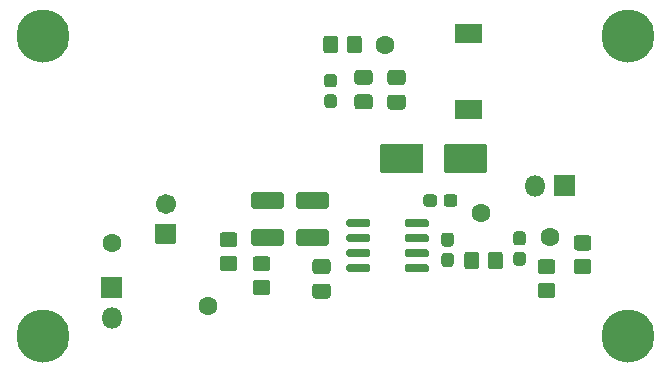
<source format=gts>
%TF.GenerationSoftware,KiCad,Pcbnew,(5.1.12)-1*%
%TF.CreationDate,2022-02-19T00:27:12-08:00*%
%TF.ProjectId,powersupply,706f7765-7273-4757-9070-6c792e6b6963,1*%
%TF.SameCoordinates,Original*%
%TF.FileFunction,Soldermask,Top*%
%TF.FilePolarity,Negative*%
%FSLAX46Y46*%
G04 Gerber Fmt 4.6, Leading zero omitted, Abs format (unit mm)*
G04 Created by KiCad (PCBNEW (5.1.12)-1) date 2022-02-19 00:27:12*
%MOMM*%
%LPD*%
G01*
G04 APERTURE LIST*
%ADD10C,4.501599*%
%ADD11C,1.601600*%
%ADD12O,1.801600X1.801600*%
%ADD13C,1.701600*%
G04 APERTURE END LIST*
D10*
%TO.C,REF\u002A\u002A*%
X171450000Y-117475000D03*
%TD*%
%TO.C,REF\u002A\u002A*%
X121920000Y-117475000D03*
%TD*%
%TO.C,REF\u002A\u002A*%
X121920000Y-92075000D03*
%TD*%
%TO.C,REF\u002A\u002A*%
X171450000Y-92075000D03*
%TD*%
D11*
%TO.C,TP5*%
X150876000Y-92837000D03*
%TD*%
%TO.C,TP4*%
X164846000Y-109093000D03*
%TD*%
%TO.C,TP3*%
X159004000Y-107061000D03*
%TD*%
%TO.C,TP2*%
X127762000Y-109601000D03*
%TD*%
%TO.C,TP1*%
X135890000Y-114935000D03*
%TD*%
%TO.C,U1*%
G36*
G01*
X152579200Y-108125400D02*
X152579200Y-107774600D01*
G75*
G02*
X152754600Y-107599200I175400J0D01*
G01*
X154455400Y-107599200D01*
G75*
G02*
X154630800Y-107774600I0J-175400D01*
G01*
X154630800Y-108125400D01*
G75*
G02*
X154455400Y-108300800I-175400J0D01*
G01*
X152754600Y-108300800D01*
G75*
G02*
X152579200Y-108125400I0J175400D01*
G01*
G37*
G36*
G01*
X152579200Y-109395400D02*
X152579200Y-109044600D01*
G75*
G02*
X152754600Y-108869200I175400J0D01*
G01*
X154455400Y-108869200D01*
G75*
G02*
X154630800Y-109044600I0J-175400D01*
G01*
X154630800Y-109395400D01*
G75*
G02*
X154455400Y-109570800I-175400J0D01*
G01*
X152754600Y-109570800D01*
G75*
G02*
X152579200Y-109395400I0J175400D01*
G01*
G37*
G36*
G01*
X152579200Y-110665400D02*
X152579200Y-110314600D01*
G75*
G02*
X152754600Y-110139200I175400J0D01*
G01*
X154455400Y-110139200D01*
G75*
G02*
X154630800Y-110314600I0J-175400D01*
G01*
X154630800Y-110665400D01*
G75*
G02*
X154455400Y-110840800I-175400J0D01*
G01*
X152754600Y-110840800D01*
G75*
G02*
X152579200Y-110665400I0J175400D01*
G01*
G37*
G36*
G01*
X152579200Y-111935400D02*
X152579200Y-111584600D01*
G75*
G02*
X152754600Y-111409200I175400J0D01*
G01*
X154455400Y-111409200D01*
G75*
G02*
X154630800Y-111584600I0J-175400D01*
G01*
X154630800Y-111935400D01*
G75*
G02*
X154455400Y-112110800I-175400J0D01*
G01*
X152754600Y-112110800D01*
G75*
G02*
X152579200Y-111935400I0J175400D01*
G01*
G37*
G36*
G01*
X147629200Y-111935400D02*
X147629200Y-111584600D01*
G75*
G02*
X147804600Y-111409200I175400J0D01*
G01*
X149505400Y-111409200D01*
G75*
G02*
X149680800Y-111584600I0J-175400D01*
G01*
X149680800Y-111935400D01*
G75*
G02*
X149505400Y-112110800I-175400J0D01*
G01*
X147804600Y-112110800D01*
G75*
G02*
X147629200Y-111935400I0J175400D01*
G01*
G37*
G36*
G01*
X147629200Y-110665400D02*
X147629200Y-110314600D01*
G75*
G02*
X147804600Y-110139200I175400J0D01*
G01*
X149505400Y-110139200D01*
G75*
G02*
X149680800Y-110314600I0J-175400D01*
G01*
X149680800Y-110665400D01*
G75*
G02*
X149505400Y-110840800I-175400J0D01*
G01*
X147804600Y-110840800D01*
G75*
G02*
X147629200Y-110665400I0J175400D01*
G01*
G37*
G36*
G01*
X147629200Y-109395400D02*
X147629200Y-109044600D01*
G75*
G02*
X147804600Y-108869200I175400J0D01*
G01*
X149505400Y-108869200D01*
G75*
G02*
X149680800Y-109044600I0J-175400D01*
G01*
X149680800Y-109395400D01*
G75*
G02*
X149505400Y-109570800I-175400J0D01*
G01*
X147804600Y-109570800D01*
G75*
G02*
X147629200Y-109395400I0J175400D01*
G01*
G37*
G36*
G01*
X147629200Y-108125400D02*
X147629200Y-107774600D01*
G75*
G02*
X147804600Y-107599200I175400J0D01*
G01*
X149505400Y-107599200D01*
G75*
G02*
X149680800Y-107774600I0J-175400D01*
G01*
X149680800Y-108125400D01*
G75*
G02*
X149505400Y-108300800I-175400J0D01*
G01*
X147804600Y-108300800D01*
G75*
G02*
X147629200Y-108125400I0J175400D01*
G01*
G37*
%TD*%
%TO.C,R6*%
G36*
G01*
X146970800Y-92357365D02*
X146970800Y-93316635D01*
G75*
G02*
X146699635Y-93587800I-271165J0D01*
G01*
X145940365Y-93587800D01*
G75*
G02*
X145669200Y-93316635I0J271165D01*
G01*
X145669200Y-92357365D01*
G75*
G02*
X145940365Y-92086200I271165J0D01*
G01*
X146699635Y-92086200D01*
G75*
G02*
X146970800Y-92357365I0J-271165D01*
G01*
G37*
G36*
G01*
X148970800Y-92357365D02*
X148970800Y-93316635D01*
G75*
G02*
X148699635Y-93587800I-271165J0D01*
G01*
X147940365Y-93587800D01*
G75*
G02*
X147669200Y-93316635I0J271165D01*
G01*
X147669200Y-92357365D01*
G75*
G02*
X147940365Y-92086200I271165J0D01*
G01*
X148699635Y-92086200D01*
G75*
G02*
X148970800Y-92357365I0J-271165D01*
G01*
G37*
%TD*%
%TO.C,R5*%
G36*
G01*
X164112365Y-112998200D02*
X165071635Y-112998200D01*
G75*
G02*
X165342800Y-113269365I0J-271165D01*
G01*
X165342800Y-114028635D01*
G75*
G02*
X165071635Y-114299800I-271165J0D01*
G01*
X164112365Y-114299800D01*
G75*
G02*
X163841200Y-114028635I0J271165D01*
G01*
X163841200Y-113269365D01*
G75*
G02*
X164112365Y-112998200I271165J0D01*
G01*
G37*
G36*
G01*
X164112365Y-110998200D02*
X165071635Y-110998200D01*
G75*
G02*
X165342800Y-111269365I0J-271165D01*
G01*
X165342800Y-112028635D01*
G75*
G02*
X165071635Y-112299800I-271165J0D01*
G01*
X164112365Y-112299800D01*
G75*
G02*
X163841200Y-112028635I0J271165D01*
G01*
X163841200Y-111269365D01*
G75*
G02*
X164112365Y-110998200I271165J0D01*
G01*
G37*
%TD*%
%TO.C,R4*%
G36*
G01*
X167160365Y-110982200D02*
X168119635Y-110982200D01*
G75*
G02*
X168390800Y-111253365I0J-271165D01*
G01*
X168390800Y-112012635D01*
G75*
G02*
X168119635Y-112283800I-271165J0D01*
G01*
X167160365Y-112283800D01*
G75*
G02*
X166889200Y-112012635I0J271165D01*
G01*
X166889200Y-111253365D01*
G75*
G02*
X167160365Y-110982200I271165J0D01*
G01*
G37*
G36*
G01*
X167160365Y-108982200D02*
X168119635Y-108982200D01*
G75*
G02*
X168390800Y-109253365I0J-271165D01*
G01*
X168390800Y-110012635D01*
G75*
G02*
X168119635Y-110283800I-271165J0D01*
G01*
X167160365Y-110283800D01*
G75*
G02*
X166889200Y-110012635I0J271165D01*
G01*
X166889200Y-109253365D01*
G75*
G02*
X167160365Y-108982200I271165J0D01*
G01*
G37*
%TD*%
%TO.C,R3*%
G36*
G01*
X159607200Y-111604635D02*
X159607200Y-110645365D01*
G75*
G02*
X159878365Y-110374200I271165J0D01*
G01*
X160637635Y-110374200D01*
G75*
G02*
X160908800Y-110645365I0J-271165D01*
G01*
X160908800Y-111604635D01*
G75*
G02*
X160637635Y-111875800I-271165J0D01*
G01*
X159878365Y-111875800D01*
G75*
G02*
X159607200Y-111604635I0J271165D01*
G01*
G37*
G36*
G01*
X157607200Y-111604635D02*
X157607200Y-110645365D01*
G75*
G02*
X157878365Y-110374200I271165J0D01*
G01*
X158637635Y-110374200D01*
G75*
G02*
X158908800Y-110645365I0J-271165D01*
G01*
X158908800Y-111604635D01*
G75*
G02*
X158637635Y-111875800I-271165J0D01*
G01*
X157878365Y-111875800D01*
G75*
G02*
X157607200Y-111604635I0J271165D01*
G01*
G37*
%TD*%
%TO.C,R2*%
G36*
G01*
X139982365Y-112744200D02*
X140941635Y-112744200D01*
G75*
G02*
X141212800Y-113015365I0J-271165D01*
G01*
X141212800Y-113774635D01*
G75*
G02*
X140941635Y-114045800I-271165J0D01*
G01*
X139982365Y-114045800D01*
G75*
G02*
X139711200Y-113774635I0J271165D01*
G01*
X139711200Y-113015365D01*
G75*
G02*
X139982365Y-112744200I271165J0D01*
G01*
G37*
G36*
G01*
X139982365Y-110744200D02*
X140941635Y-110744200D01*
G75*
G02*
X141212800Y-111015365I0J-271165D01*
G01*
X141212800Y-111774635D01*
G75*
G02*
X140941635Y-112045800I-271165J0D01*
G01*
X139982365Y-112045800D01*
G75*
G02*
X139711200Y-111774635I0J271165D01*
G01*
X139711200Y-111015365D01*
G75*
G02*
X139982365Y-110744200I271165J0D01*
G01*
G37*
%TD*%
%TO.C,R1*%
G36*
G01*
X137188365Y-110712200D02*
X138147635Y-110712200D01*
G75*
G02*
X138418800Y-110983365I0J-271165D01*
G01*
X138418800Y-111742635D01*
G75*
G02*
X138147635Y-112013800I-271165J0D01*
G01*
X137188365Y-112013800D01*
G75*
G02*
X136917200Y-111742635I0J271165D01*
G01*
X136917200Y-110983365D01*
G75*
G02*
X137188365Y-110712200I271165J0D01*
G01*
G37*
G36*
G01*
X137188365Y-108712200D02*
X138147635Y-108712200D01*
G75*
G02*
X138418800Y-108983365I0J-271165D01*
G01*
X138418800Y-109742635D01*
G75*
G02*
X138147635Y-110013800I-271165J0D01*
G01*
X137188365Y-110013800D01*
G75*
G02*
X136917200Y-109742635I0J271165D01*
G01*
X136917200Y-108983365D01*
G75*
G02*
X137188365Y-108712200I271165J0D01*
G01*
G37*
%TD*%
%TO.C,L1*%
G36*
G01*
X159088000Y-92723800D02*
X156888000Y-92723800D01*
G75*
G02*
X156837200Y-92673000I0J50800D01*
G01*
X156837200Y-91173000D01*
G75*
G02*
X156888000Y-91122200I50800J0D01*
G01*
X159088000Y-91122200D01*
G75*
G02*
X159138800Y-91173000I0J-50800D01*
G01*
X159138800Y-92673000D01*
G75*
G02*
X159088000Y-92723800I-50800J0D01*
G01*
G37*
G36*
G01*
X159088000Y-99123800D02*
X156888000Y-99123800D01*
G75*
G02*
X156837200Y-99073000I0J50800D01*
G01*
X156837200Y-97573000D01*
G75*
G02*
X156888000Y-97522200I50800J0D01*
G01*
X159088000Y-97522200D01*
G75*
G02*
X159138800Y-97573000I0J-50800D01*
G01*
X159138800Y-99073000D01*
G75*
G02*
X159088000Y-99123800I-50800J0D01*
G01*
G37*
%TD*%
D12*
%TO.C,J2*%
X163576000Y-104775000D03*
G36*
G01*
X165266000Y-103874200D02*
X166966000Y-103874200D01*
G75*
G02*
X167016800Y-103925000I0J-50800D01*
G01*
X167016800Y-105625000D01*
G75*
G02*
X166966000Y-105675800I-50800J0D01*
G01*
X165266000Y-105675800D01*
G75*
G02*
X165215200Y-105625000I0J50800D01*
G01*
X165215200Y-103925000D01*
G75*
G02*
X165266000Y-103874200I50800J0D01*
G01*
G37*
%TD*%
%TO.C,J1*%
X127762000Y-115951000D03*
G36*
G01*
X126861200Y-114261000D02*
X126861200Y-112561000D01*
G75*
G02*
X126912000Y-112510200I50800J0D01*
G01*
X128612000Y-112510200D01*
G75*
G02*
X128662800Y-112561000I0J-50800D01*
G01*
X128662800Y-114261000D01*
G75*
G02*
X128612000Y-114311800I-50800J0D01*
G01*
X126912000Y-114311800D01*
G75*
G02*
X126861200Y-114261000I0J50800D01*
G01*
G37*
%TD*%
%TO.C,D2*%
G36*
G01*
X146566900Y-96460800D02*
X146041100Y-96460800D01*
G75*
G02*
X145778200Y-96197900I0J262900D01*
G01*
X145778200Y-95572100D01*
G75*
G02*
X146041100Y-95309200I262900J0D01*
G01*
X146566900Y-95309200D01*
G75*
G02*
X146829800Y-95572100I0J-262900D01*
G01*
X146829800Y-96197900D01*
G75*
G02*
X146566900Y-96460800I-262900J0D01*
G01*
G37*
G36*
G01*
X146566900Y-98210800D02*
X146041100Y-98210800D01*
G75*
G02*
X145778200Y-97947900I0J262900D01*
G01*
X145778200Y-97322100D01*
G75*
G02*
X146041100Y-97059200I262900J0D01*
G01*
X146566900Y-97059200D01*
G75*
G02*
X146829800Y-97322100I0J-262900D01*
G01*
X146829800Y-97947900D01*
G75*
G02*
X146566900Y-98210800I-262900J0D01*
G01*
G37*
%TD*%
%TO.C,D1*%
G36*
G01*
X154134800Y-101339000D02*
X154134800Y-103639000D01*
G75*
G02*
X154084000Y-103689800I-50800J0D01*
G01*
X150584000Y-103689800D01*
G75*
G02*
X150533200Y-103639000I0J50800D01*
G01*
X150533200Y-101339000D01*
G75*
G02*
X150584000Y-101288200I50800J0D01*
G01*
X154084000Y-101288200D01*
G75*
G02*
X154134800Y-101339000I0J-50800D01*
G01*
G37*
G36*
G01*
X159534800Y-101339000D02*
X159534800Y-103639000D01*
G75*
G02*
X159484000Y-103689800I-50800J0D01*
G01*
X155984000Y-103689800D01*
G75*
G02*
X155933200Y-103639000I0J50800D01*
G01*
X155933200Y-101339000D01*
G75*
G02*
X155984000Y-101288200I50800J0D01*
G01*
X159484000Y-101288200D01*
G75*
G02*
X159534800Y-101339000I0J-50800D01*
G01*
G37*
%TD*%
%TO.C,C9*%
G36*
G01*
X148593817Y-97046200D02*
X149602183Y-97046200D01*
G75*
G02*
X149873800Y-97317817I0J-271617D01*
G01*
X149873800Y-98051183D01*
G75*
G02*
X149602183Y-98322800I-271617J0D01*
G01*
X148593817Y-98322800D01*
G75*
G02*
X148322200Y-98051183I0J271617D01*
G01*
X148322200Y-97317817D01*
G75*
G02*
X148593817Y-97046200I271617J0D01*
G01*
G37*
G36*
G01*
X148593817Y-94971200D02*
X149602183Y-94971200D01*
G75*
G02*
X149873800Y-95242817I0J-271617D01*
G01*
X149873800Y-95976183D01*
G75*
G02*
X149602183Y-96247800I-271617J0D01*
G01*
X148593817Y-96247800D01*
G75*
G02*
X148322200Y-95976183I0J271617D01*
G01*
X148322200Y-95242817D01*
G75*
G02*
X148593817Y-94971200I271617J0D01*
G01*
G37*
%TD*%
%TO.C,C8*%
G36*
G01*
X156472900Y-109935300D02*
X155947100Y-109935300D01*
G75*
G02*
X155684200Y-109672400I0J262900D01*
G01*
X155684200Y-109021600D01*
G75*
G02*
X155947100Y-108758700I262900J0D01*
G01*
X156472900Y-108758700D01*
G75*
G02*
X156735800Y-109021600I0J-262900D01*
G01*
X156735800Y-109672400D01*
G75*
G02*
X156472900Y-109935300I-262900J0D01*
G01*
G37*
G36*
G01*
X156472900Y-111660300D02*
X155947100Y-111660300D01*
G75*
G02*
X155684200Y-111397400I0J262900D01*
G01*
X155684200Y-110746600D01*
G75*
G02*
X155947100Y-110483700I262900J0D01*
G01*
X156472900Y-110483700D01*
G75*
G02*
X156735800Y-110746600I0J-262900D01*
G01*
X156735800Y-111397400D01*
G75*
G02*
X156472900Y-111660300I-262900J0D01*
G01*
G37*
%TD*%
%TO.C,C7*%
G36*
G01*
X151387817Y-97067700D02*
X152396183Y-97067700D01*
G75*
G02*
X152667800Y-97339317I0J-271617D01*
G01*
X152667800Y-98072683D01*
G75*
G02*
X152396183Y-98344300I-271617J0D01*
G01*
X151387817Y-98344300D01*
G75*
G02*
X151116200Y-98072683I0J271617D01*
G01*
X151116200Y-97339317D01*
G75*
G02*
X151387817Y-97067700I271617J0D01*
G01*
G37*
G36*
G01*
X151387817Y-94992700D02*
X152396183Y-94992700D01*
G75*
G02*
X152667800Y-95264317I0J-271617D01*
G01*
X152667800Y-95997683D01*
G75*
G02*
X152396183Y-96269300I-271617J0D01*
G01*
X151387817Y-96269300D01*
G75*
G02*
X151116200Y-95997683I0J271617D01*
G01*
X151116200Y-95264317D01*
G75*
G02*
X151387817Y-94992700I271617J0D01*
G01*
G37*
%TD*%
%TO.C,C6*%
G36*
G01*
X162568900Y-109834800D02*
X162043100Y-109834800D01*
G75*
G02*
X161780200Y-109571900I0J262900D01*
G01*
X161780200Y-108921100D01*
G75*
G02*
X162043100Y-108658200I262900J0D01*
G01*
X162568900Y-108658200D01*
G75*
G02*
X162831800Y-108921100I0J-262900D01*
G01*
X162831800Y-109571900D01*
G75*
G02*
X162568900Y-109834800I-262900J0D01*
G01*
G37*
G36*
G01*
X162568900Y-111559800D02*
X162043100Y-111559800D01*
G75*
G02*
X161780200Y-111296900I0J262900D01*
G01*
X161780200Y-110646100D01*
G75*
G02*
X162043100Y-110383200I262900J0D01*
G01*
X162568900Y-110383200D01*
G75*
G02*
X162831800Y-110646100I0J-262900D01*
G01*
X162831800Y-111296900D01*
G75*
G02*
X162568900Y-111559800I-262900J0D01*
G01*
G37*
%TD*%
%TO.C,C5*%
G36*
G01*
X145037817Y-113069700D02*
X146046183Y-113069700D01*
G75*
G02*
X146317800Y-113341317I0J-271617D01*
G01*
X146317800Y-114074683D01*
G75*
G02*
X146046183Y-114346300I-271617J0D01*
G01*
X145037817Y-114346300D01*
G75*
G02*
X144766200Y-114074683I0J271617D01*
G01*
X144766200Y-113341317D01*
G75*
G02*
X145037817Y-113069700I271617J0D01*
G01*
G37*
G36*
G01*
X145037817Y-110994700D02*
X146046183Y-110994700D01*
G75*
G02*
X146317800Y-111266317I0J-271617D01*
G01*
X146317800Y-111999683D01*
G75*
G02*
X146046183Y-112271300I-271617J0D01*
G01*
X145037817Y-112271300D01*
G75*
G02*
X144766200Y-111999683I0J271617D01*
G01*
X144766200Y-111266317D01*
G75*
G02*
X145037817Y-110994700I271617J0D01*
G01*
G37*
%TD*%
%TO.C,C4*%
G36*
G01*
X155327300Y-105782100D02*
X155327300Y-106307900D01*
G75*
G02*
X155064400Y-106570800I-262900J0D01*
G01*
X154413600Y-106570800D01*
G75*
G02*
X154150700Y-106307900I0J262900D01*
G01*
X154150700Y-105782100D01*
G75*
G02*
X154413600Y-105519200I262900J0D01*
G01*
X155064400Y-105519200D01*
G75*
G02*
X155327300Y-105782100I0J-262900D01*
G01*
G37*
G36*
G01*
X157052300Y-105782100D02*
X157052300Y-106307900D01*
G75*
G02*
X156789400Y-106570800I-262900J0D01*
G01*
X156138600Y-106570800D01*
G75*
G02*
X155875700Y-106307900I0J262900D01*
G01*
X155875700Y-105782100D01*
G75*
G02*
X156138600Y-105519200I262900J0D01*
G01*
X156789400Y-105519200D01*
G75*
G02*
X157052300Y-105782100I0J-262900D01*
G01*
G37*
%TD*%
%TO.C,C3*%
G36*
G01*
X145911632Y-106758300D02*
X143648368Y-106758300D01*
G75*
G02*
X143379200Y-106489132I0J269168D01*
G01*
X143379200Y-105600868D01*
G75*
G02*
X143648368Y-105331700I269168J0D01*
G01*
X145911632Y-105331700D01*
G75*
G02*
X146180800Y-105600868I0J-269168D01*
G01*
X146180800Y-106489132D01*
G75*
G02*
X145911632Y-106758300I-269168J0D01*
G01*
G37*
G36*
G01*
X145911632Y-109883300D02*
X143648368Y-109883300D01*
G75*
G02*
X143379200Y-109614132I0J269168D01*
G01*
X143379200Y-108725868D01*
G75*
G02*
X143648368Y-108456700I269168J0D01*
G01*
X145911632Y-108456700D01*
G75*
G02*
X146180800Y-108725868I0J-269168D01*
G01*
X146180800Y-109614132D01*
G75*
G02*
X145911632Y-109883300I-269168J0D01*
G01*
G37*
%TD*%
%TO.C,C2*%
G36*
G01*
X142101632Y-106758300D02*
X139838368Y-106758300D01*
G75*
G02*
X139569200Y-106489132I0J269168D01*
G01*
X139569200Y-105600868D01*
G75*
G02*
X139838368Y-105331700I269168J0D01*
G01*
X142101632Y-105331700D01*
G75*
G02*
X142370800Y-105600868I0J-269168D01*
G01*
X142370800Y-106489132D01*
G75*
G02*
X142101632Y-106758300I-269168J0D01*
G01*
G37*
G36*
G01*
X142101632Y-109883300D02*
X139838368Y-109883300D01*
G75*
G02*
X139569200Y-109614132I0J269168D01*
G01*
X139569200Y-108725868D01*
G75*
G02*
X139838368Y-108456700I269168J0D01*
G01*
X142101632Y-108456700D01*
G75*
G02*
X142370800Y-108725868I0J-269168D01*
G01*
X142370800Y-109614132D01*
G75*
G02*
X142101632Y-109883300I-269168J0D01*
G01*
G37*
%TD*%
D13*
%TO.C,C1*%
X132334000Y-106339000D03*
G36*
G01*
X133134000Y-109689800D02*
X131534000Y-109689800D01*
G75*
G02*
X131483200Y-109639000I0J50800D01*
G01*
X131483200Y-108039000D01*
G75*
G02*
X131534000Y-107988200I50800J0D01*
G01*
X133134000Y-107988200D01*
G75*
G02*
X133184800Y-108039000I0J-50800D01*
G01*
X133184800Y-109639000D01*
G75*
G02*
X133134000Y-109689800I-50800J0D01*
G01*
G37*
%TD*%
M02*

</source>
